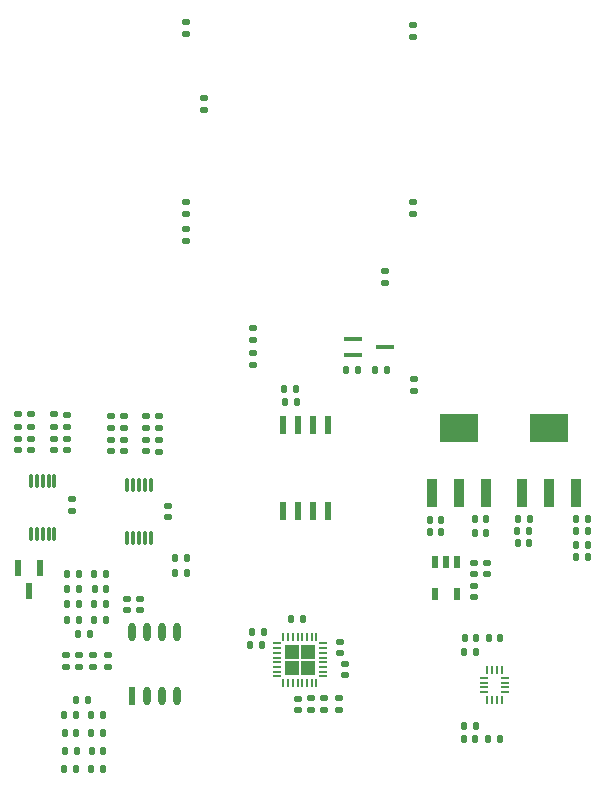
<source format=gbr>
%TF.GenerationSoftware,KiCad,Pcbnew,7.0.7*%
%TF.CreationDate,2023-12-31T15:53:54-05:00*%
%TF.ProjectId,TeenieWeenie,5465656e-6965-4576-9565-6e69652e6b69,rev?*%
%TF.SameCoordinates,Original*%
%TF.FileFunction,Paste,Top*%
%TF.FilePolarity,Positive*%
%FSLAX46Y46*%
G04 Gerber Fmt 4.6, Leading zero omitted, Abs format (unit mm)*
G04 Created by KiCad (PCBNEW 7.0.7) date 2023-12-31 15:53:54*
%MOMM*%
%LPD*%
G01*
G04 APERTURE LIST*
G04 Aperture macros list*
%AMRoundRect*
0 Rectangle with rounded corners*
0 $1 Rounding radius*
0 $2 $3 $4 $5 $6 $7 $8 $9 X,Y pos of 4 corners*
0 Add a 4 corners polygon primitive as box body*
4,1,4,$2,$3,$4,$5,$6,$7,$8,$9,$2,$3,0*
0 Add four circle primitives for the rounded corners*
1,1,$1+$1,$2,$3*
1,1,$1+$1,$4,$5*
1,1,$1+$1,$6,$7*
1,1,$1+$1,$8,$9*
0 Add four rect primitives between the rounded corners*
20,1,$1+$1,$2,$3,$4,$5,0*
20,1,$1+$1,$4,$5,$6,$7,0*
20,1,$1+$1,$6,$7,$8,$9,0*
20,1,$1+$1,$8,$9,$2,$3,0*%
G04 Aperture macros list end*
%ADD10RoundRect,0.135000X0.185000X-0.135000X0.185000X0.135000X-0.185000X0.135000X-0.185000X-0.135000X0*%
%ADD11RoundRect,0.140000X0.170000X-0.140000X0.170000X0.140000X-0.170000X0.140000X-0.170000X-0.140000X0*%
%ADD12RoundRect,0.135000X-0.135000X-0.185000X0.135000X-0.185000X0.135000X0.185000X-0.135000X0.185000X0*%
%ADD13RoundRect,0.140000X-0.170000X0.140000X-0.170000X-0.140000X0.170000X-0.140000X0.170000X0.140000X0*%
%ADD14RoundRect,0.135000X-0.185000X0.135000X-0.185000X-0.135000X0.185000X-0.135000X0.185000X0.135000X0*%
%ADD15RoundRect,0.140000X-0.140000X-0.170000X0.140000X-0.170000X0.140000X0.170000X-0.140000X0.170000X0*%
%ADD16R,0.889000X2.489200*%
%ADD17R,3.200400X2.489200*%
%ADD18R,0.600000X1.550000*%
%ADD19O,0.600000X1.550000*%
%ADD20RoundRect,0.135000X0.135000X0.185000X-0.135000X0.185000X-0.135000X-0.185000X0.135000X-0.185000X0*%
%ADD21RoundRect,0.140000X0.140000X0.170000X-0.140000X0.170000X-0.140000X-0.170000X0.140000X-0.170000X0*%
%ADD22R,0.558800X1.422400*%
%ADD23O,0.299999X1.350000*%
%ADD24R,0.533400X1.524000*%
%ADD25R,0.508000X0.977900*%
%ADD26R,1.500000X0.450000*%
%ADD27R,0.711200X0.152400*%
%ADD28R,0.152400X0.711200*%
%ADD29R,0.203200X0.711200*%
%ADD30R,0.711200X0.203200*%
G04 APERTURE END LIST*
%TO.C,U1*%
G36*
X25300000Y15644800D02*
G01*
X24153800Y15644800D01*
X24153800Y16791000D01*
X25300000Y16791000D01*
X25300000Y15644800D01*
G37*
G36*
X26646200Y15644800D02*
G01*
X25500000Y15644800D01*
X25500000Y16791000D01*
X26646200Y16791000D01*
X26646200Y15644800D01*
G37*
G36*
X25300000Y16991000D02*
G01*
X24153800Y16991000D01*
X24153800Y18137200D01*
X25300000Y18137200D01*
X25300000Y16991000D01*
G37*
G36*
X26646200Y16991000D02*
G01*
X25500000Y16991000D01*
X25500000Y18137200D01*
X26646200Y18137200D01*
X26646200Y16991000D01*
G37*
%TD*%
D10*
%TO.C,R20*%
X32639000Y48768000D03*
X32639000Y49788000D03*
%TD*%
D11*
%TO.C,C8*%
X28700000Y12663199D03*
X28700000Y13623199D03*
%TD*%
D12*
%TO.C,R45*%
X6596000Y19100000D03*
X7616000Y19100000D03*
%TD*%
D13*
%TO.C,C2*%
X26355800Y13623199D03*
X26355800Y12663199D03*
%TD*%
D12*
%TO.C,R48*%
X5671000Y22863334D03*
X6691000Y22863334D03*
%TD*%
D14*
%TO.C,R31*%
X10465998Y37555001D03*
X10465998Y36535001D03*
%TD*%
%TO.C,R1*%
X5700998Y37641001D03*
X5700998Y36621001D03*
%TD*%
D15*
%TO.C,C27*%
X8031000Y22870000D03*
X8991000Y22870000D03*
%TD*%
D13*
%TO.C,C6*%
X29210000Y16581000D03*
X29210000Y15621000D03*
%TD*%
D16*
%TO.C,U3*%
X44196000Y30988000D03*
X46486000Y30988000D03*
X48776000Y30988000D03*
D17*
X46486000Y36499800D03*
%TD*%
D14*
%TO.C,R36*%
X17300000Y64472000D03*
X17300000Y63452000D03*
%TD*%
D11*
%TO.C,C55*%
X6096000Y29520000D03*
X6096000Y30480000D03*
%TD*%
D18*
%TO.C,U6*%
X11176000Y13810000D03*
D19*
X12446000Y13810000D03*
X13716000Y13810000D03*
X14986000Y13810000D03*
X14986000Y19210000D03*
X13716000Y19210000D03*
X12446000Y19210000D03*
X11176000Y19210000D03*
%TD*%
D13*
%TO.C,C50*%
X12365998Y35535001D03*
X12365998Y34575001D03*
%TD*%
D20*
%TO.C,R5*%
X22224200Y18113000D03*
X21204200Y18113000D03*
%TD*%
D15*
%TO.C,C15*%
X48811200Y28815800D03*
X49771200Y28815800D03*
%TD*%
D12*
%TO.C,R11*%
X7745000Y7620000D03*
X8765000Y7620000D03*
%TD*%
D13*
%TO.C,C51*%
X2640998Y35630001D03*
X2640998Y34670001D03*
%TD*%
D14*
%TO.C,R30*%
X9375998Y37565001D03*
X9375998Y36545001D03*
%TD*%
D21*
%TO.C,C28*%
X6479000Y10668000D03*
X5519000Y10668000D03*
%TD*%
D12*
%TO.C,R24*%
X14857000Y24257000D03*
X15877000Y24257000D03*
%TD*%
D11*
%TO.C,C56*%
X14224000Y28956000D03*
X14224000Y29916000D03*
%TD*%
D20*
%TO.C,R40*%
X32741200Y41422800D03*
X31721200Y41422800D03*
%TD*%
D21*
%TO.C,C34*%
X37348600Y27683800D03*
X36388600Y27683800D03*
%TD*%
D15*
%TO.C,C29*%
X5701000Y24150000D03*
X6661000Y24150000D03*
%TD*%
D22*
%TO.C,U7*%
X3413000Y24681200D03*
X1508000Y24681200D03*
X2460500Y22750800D03*
%TD*%
D14*
%TO.C,R2*%
X4595998Y37666001D03*
X4595998Y36646001D03*
%TD*%
D23*
%TO.C,U8*%
X12765999Y31680001D03*
X12266000Y31680001D03*
X11765998Y31680001D03*
X11265999Y31680001D03*
X10765997Y31680001D03*
X10765997Y27230000D03*
X11265999Y27230000D03*
X11765998Y27230000D03*
X12266000Y27230000D03*
X12765999Y27230000D03*
%TD*%
D12*
%TO.C,R46*%
X8001000Y20300000D03*
X9021000Y20300000D03*
%TD*%
D24*
%TO.C,U9*%
X24003000Y29502100D03*
X25273000Y29502100D03*
X26543000Y29502100D03*
X27813000Y29502100D03*
X27813000Y36791900D03*
X26543000Y36791900D03*
X25273000Y36791900D03*
X24003000Y36791900D03*
%TD*%
D13*
%TO.C,C23*%
X41254000Y25098000D03*
X41254000Y24138000D03*
%TD*%
D20*
%TO.C,R23*%
X44836000Y27799800D03*
X43816000Y27799800D03*
%TD*%
D15*
%TO.C,C18*%
X48806000Y25599800D03*
X49766000Y25599800D03*
%TD*%
D13*
%TO.C,C47*%
X5690998Y35605001D03*
X5690998Y34645001D03*
%TD*%
D14*
%TO.C,R33*%
X15748000Y70870000D03*
X15748000Y69850000D03*
%TD*%
D15*
%TO.C,C19*%
X48808600Y26641200D03*
X49768600Y26641200D03*
%TD*%
D13*
%TO.C,C53*%
X9375998Y35535001D03*
X9375998Y34575001D03*
%TD*%
D14*
%TO.C,R28*%
X2640998Y37666001D03*
X2640998Y36646001D03*
%TD*%
D15*
%TO.C,C30*%
X5463000Y7620000D03*
X6423000Y7620000D03*
%TD*%
D13*
%TO.C,C4*%
X25255800Y13591000D03*
X25255800Y12631000D03*
%TD*%
D14*
%TO.C,R32*%
X15748000Y55697000D03*
X15748000Y54677000D03*
%TD*%
D13*
%TO.C,C13*%
X7863000Y17267000D03*
X7863000Y16307000D03*
%TD*%
D21*
%TO.C,C26*%
X6677000Y21590000D03*
X5717000Y21590000D03*
%TD*%
D12*
%TO.C,R19*%
X24094800Y38699000D03*
X25114800Y38699000D03*
%TD*%
D13*
%TO.C,C54*%
X10465998Y35525001D03*
X10465998Y34565001D03*
%TD*%
D11*
%TO.C,C24*%
X11897000Y21082000D03*
X11897000Y22042000D03*
%TD*%
D13*
%TO.C,C14*%
X5588000Y17272000D03*
X5588000Y16312000D03*
%TD*%
%TO.C,C52*%
X1547998Y35630001D03*
X1547998Y34670001D03*
%TD*%
D21*
%TO.C,C21*%
X44796000Y26749800D03*
X43836000Y26749800D03*
%TD*%
D12*
%TO.C,R42*%
X6479000Y13462000D03*
X7499000Y13462000D03*
%TD*%
D13*
%TO.C,C3*%
X27455800Y13623199D03*
X27455800Y12663199D03*
%TD*%
D15*
%TO.C,C9*%
X41348900Y10185400D03*
X42308900Y10185400D03*
%TD*%
D12*
%TO.C,R41*%
X7745000Y12192000D03*
X8765000Y12192000D03*
%TD*%
%TO.C,R10*%
X8001000Y21590000D03*
X9021000Y21590000D03*
%TD*%
%TO.C,R12*%
X7745000Y10668000D03*
X8765000Y10668000D03*
%TD*%
D14*
%TO.C,R34*%
X35100000Y40647000D03*
X35100000Y39627000D03*
%TD*%
D15*
%TO.C,C16*%
X48806000Y27799800D03*
X49766000Y27799800D03*
%TD*%
D21*
%TO.C,C32*%
X41171200Y27656800D03*
X40211200Y27656800D03*
%TD*%
D13*
%TO.C,C49*%
X13455998Y35490001D03*
X13455998Y34530001D03*
%TD*%
D15*
%TO.C,C5*%
X5463000Y12192000D03*
X6423000Y12192000D03*
%TD*%
D13*
%TO.C,C20*%
X40154000Y25098000D03*
X40154000Y24138000D03*
%TD*%
D21*
%TO.C,C33*%
X41166000Y28799800D03*
X40206000Y28799800D03*
%TD*%
D14*
%TO.C,R29*%
X1547998Y37666001D03*
X1547998Y36646001D03*
%TD*%
D12*
%TO.C,R18*%
X24069400Y39842000D03*
X25089400Y39842000D03*
%TD*%
D15*
%TO.C,C11*%
X39260900Y10185400D03*
X40220900Y10185400D03*
%TD*%
D12*
%TO.C,R39*%
X29301200Y41422800D03*
X30321200Y41422800D03*
%TD*%
D25*
%TO.C,U5*%
X38693800Y25203250D03*
X37754000Y25203250D03*
X36814200Y25203250D03*
X36804040Y22472750D03*
X38703960Y22472750D03*
%TD*%
D26*
%TO.C,Q1*%
X29921200Y44022800D03*
X29921200Y42722800D03*
X32581200Y43372800D03*
%TD*%
D21*
%TO.C,C45*%
X37346000Y28699800D03*
X36386000Y28699800D03*
%TD*%
D12*
%TO.C,R9*%
X8001000Y24150000D03*
X9021000Y24150000D03*
%TD*%
%TO.C,R3*%
X39260900Y11328400D03*
X40280900Y11328400D03*
%TD*%
D20*
%TO.C,R7*%
X22351200Y19256000D03*
X21331200Y19256000D03*
%TD*%
D14*
%TO.C,R37*%
X35000000Y70647000D03*
X35000000Y69627000D03*
%TD*%
D23*
%TO.C,U4*%
X4615999Y32030001D03*
X4116000Y32030001D03*
X3615998Y32030001D03*
X3115999Y32030001D03*
X2615997Y32030001D03*
X2615997Y27580000D03*
X3115999Y27580000D03*
X3615998Y27580000D03*
X4116000Y27580000D03*
X4615999Y27580000D03*
%TD*%
D11*
%TO.C,C25*%
X10797000Y21082000D03*
X10797000Y22042000D03*
%TD*%
D15*
%TO.C,C1*%
X24677800Y20320000D03*
X25637800Y20320000D03*
%TD*%
%TO.C,C31*%
X7805000Y9144000D03*
X8765000Y9144000D03*
%TD*%
D11*
%TO.C,C7*%
X28829000Y17455000D03*
X28829000Y18415000D03*
%TD*%
D15*
%TO.C,C22*%
X5701000Y20300000D03*
X6661000Y20300000D03*
%TD*%
D10*
%TO.C,R43*%
X9144000Y16252000D03*
X9144000Y17272000D03*
%TD*%
D12*
%TO.C,R47*%
X5521000Y9144000D03*
X6541000Y9144000D03*
%TD*%
D27*
%TO.C,U13*%
X42722800Y14167002D03*
X42722800Y14567001D03*
X42722800Y14967001D03*
X42722800Y15367000D03*
D28*
X42471899Y16011601D03*
X42071900Y16011601D03*
X41671900Y16011601D03*
X41271901Y16011601D03*
D27*
X41021000Y15367000D03*
X41021000Y14967001D03*
X41021000Y14567001D03*
X41021000Y14167002D03*
D28*
X41271901Y13522401D03*
X41671900Y13522401D03*
X42071900Y13522401D03*
X42471899Y13522401D03*
%TD*%
D20*
%TO.C,R22*%
X44886000Y28849800D03*
X43866000Y28849800D03*
%TD*%
D29*
%TO.C,U1*%
X24000000Y14935200D03*
X24399999Y14935200D03*
X24800001Y14935200D03*
X25200000Y14935200D03*
X25600000Y14935200D03*
X25999999Y14935200D03*
X26400001Y14935200D03*
X26800000Y14935200D03*
D30*
X27355800Y15491000D03*
X27355800Y15890999D03*
X27355800Y16291001D03*
X27355800Y16691000D03*
X27355800Y17091000D03*
X27355800Y17490999D03*
X27355800Y17891001D03*
X27355800Y18291000D03*
D29*
X26800000Y18846800D03*
X26400001Y18846800D03*
X25999999Y18846800D03*
X25600000Y18846800D03*
X25200000Y18846800D03*
X24800001Y18846800D03*
X24399999Y18846800D03*
X24000000Y18846800D03*
D30*
X23444200Y18291000D03*
X23444200Y17891001D03*
X23444200Y17490999D03*
X23444200Y17091000D03*
X23444200Y16691000D03*
X23444200Y16291001D03*
X23444200Y15890999D03*
X23444200Y15491000D03*
%TD*%
D14*
%TO.C,R27*%
X12365998Y37545001D03*
X12365998Y36525001D03*
%TD*%
D16*
%TO.C,U12*%
X36596000Y30988000D03*
X38886000Y30988000D03*
X41176000Y30988000D03*
D17*
X38886000Y36499800D03*
%TD*%
D10*
%TO.C,R21*%
X15748000Y52322000D03*
X15748000Y53342000D03*
%TD*%
D13*
%TO.C,C48*%
X4595998Y35630001D03*
X4595998Y34670001D03*
%TD*%
D14*
%TO.C,R26*%
X13465998Y37520001D03*
X13465998Y36500001D03*
%TD*%
D10*
%TO.C,R14*%
X21400000Y41892000D03*
X21400000Y42912000D03*
%TD*%
D11*
%TO.C,C17*%
X40154000Y22178000D03*
X40154000Y23138000D03*
%TD*%
D12*
%TO.C,R25*%
X14857000Y25527000D03*
X15877000Y25527000D03*
%TD*%
D15*
%TO.C,C12*%
X39359900Y18704001D03*
X40319900Y18704001D03*
%TD*%
%TO.C,C10*%
X41391900Y18704001D03*
X42351900Y18704001D03*
%TD*%
D12*
%TO.C,R4*%
X39303900Y17561001D03*
X40323900Y17561001D03*
%TD*%
D10*
%TO.C,R38*%
X21400000Y43942000D03*
X21400000Y44962000D03*
%TD*%
D14*
%TO.C,R35*%
X35000000Y55647000D03*
X35000000Y54627000D03*
%TD*%
D10*
%TO.C,R44*%
X6713000Y16287000D03*
X6713000Y17307000D03*
%TD*%
M02*

</source>
